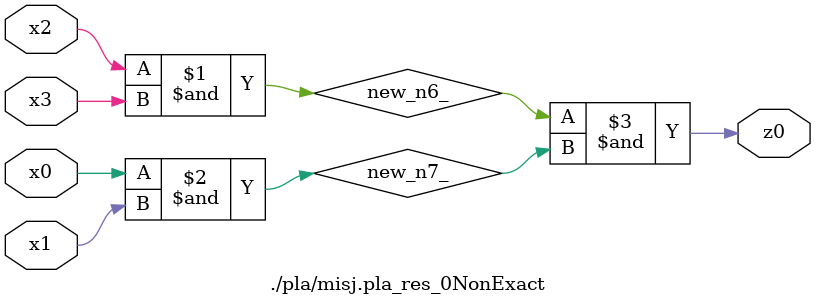
<source format=v>

module \./pla/misj.pla_res_0NonExact  ( 
    x0, x1, x2, x3,
    z0  );
  input  x0, x1, x2, x3;
  output z0;
  wire new_n6_, new_n7_;
  assign new_n6_ = x2 & x3;
  assign new_n7_ = x0 & x1;
  assign z0 = new_n6_ & new_n7_;
endmodule



</source>
